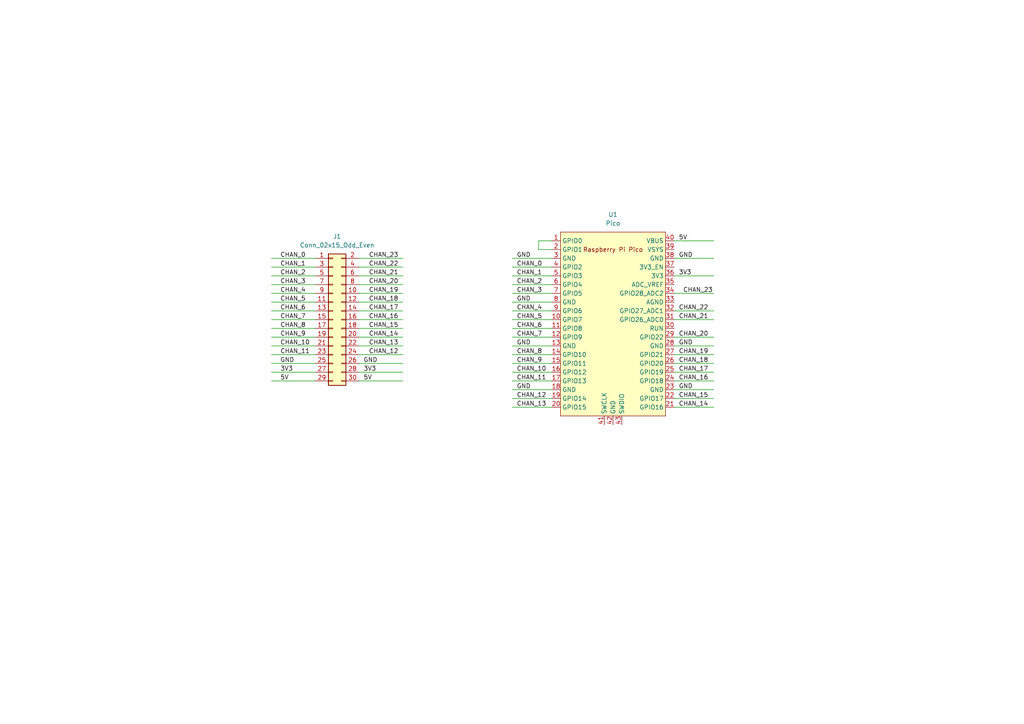
<source format=kicad_sch>
(kicad_sch (version 20211123) (generator eeschema)

  (uuid 9dbd0e01-4650-4cf8-82d3-a69ef2ebdc12)

  (paper "A4")

  (lib_symbols
    (symbol "Connector_Generic:Conn_02x15_Odd_Even" (pin_names (offset 1.016) hide) (in_bom yes) (on_board yes)
      (property "Reference" "J" (id 0) (at 1.27 20.32 0)
        (effects (font (size 1.27 1.27)))
      )
      (property "Value" "Conn_02x15_Odd_Even" (id 1) (at 1.27 -20.32 0)
        (effects (font (size 1.27 1.27)))
      )
      (property "Footprint" "" (id 2) (at 0 0 0)
        (effects (font (size 1.27 1.27)) hide)
      )
      (property "Datasheet" "~" (id 3) (at 0 0 0)
        (effects (font (size 1.27 1.27)) hide)
      )
      (property "ki_keywords" "connector" (id 4) (at 0 0 0)
        (effects (font (size 1.27 1.27)) hide)
      )
      (property "ki_description" "Generic connector, double row, 02x15, odd/even pin numbering scheme (row 1 odd numbers, row 2 even numbers), script generated (kicad-library-utils/schlib/autogen/connector/)" (id 5) (at 0 0 0)
        (effects (font (size 1.27 1.27)) hide)
      )
      (property "ki_fp_filters" "Connector*:*_2x??_*" (id 6) (at 0 0 0)
        (effects (font (size 1.27 1.27)) hide)
      )
      (symbol "Conn_02x15_Odd_Even_1_1"
        (rectangle (start -1.27 -17.653) (end 0 -17.907)
          (stroke (width 0.1524) (type default) (color 0 0 0 0))
          (fill (type none))
        )
        (rectangle (start -1.27 -15.113) (end 0 -15.367)
          (stroke (width 0.1524) (type default) (color 0 0 0 0))
          (fill (type none))
        )
        (rectangle (start -1.27 -12.573) (end 0 -12.827)
          (stroke (width 0.1524) (type default) (color 0 0 0 0))
          (fill (type none))
        )
        (rectangle (start -1.27 -10.033) (end 0 -10.287)
          (stroke (width 0.1524) (type default) (color 0 0 0 0))
          (fill (type none))
        )
        (rectangle (start -1.27 -7.493) (end 0 -7.747)
          (stroke (width 0.1524) (type default) (color 0 0 0 0))
          (fill (type none))
        )
        (rectangle (start -1.27 -4.953) (end 0 -5.207)
          (stroke (width 0.1524) (type default) (color 0 0 0 0))
          (fill (type none))
        )
        (rectangle (start -1.27 -2.413) (end 0 -2.667)
          (stroke (width 0.1524) (type default) (color 0 0 0 0))
          (fill (type none))
        )
        (rectangle (start -1.27 0.127) (end 0 -0.127)
          (stroke (width 0.1524) (type default) (color 0 0 0 0))
          (fill (type none))
        )
        (rectangle (start -1.27 2.667) (end 0 2.413)
          (stroke (width 0.1524) (type default) (color 0 0 0 0))
          (fill (type none))
        )
        (rectangle (start -1.27 5.207) (end 0 4.953)
          (stroke (width 0.1524) (type default) (color 0 0 0 0))
          (fill (type none))
        )
        (rectangle (start -1.27 7.747) (end 0 7.493)
          (stroke (width 0.1524) (type default) (color 0 0 0 0))
          (fill (type none))
        )
        (rectangle (start -1.27 10.287) (end 0 10.033)
          (stroke (width 0.1524) (type default) (color 0 0 0 0))
          (fill (type none))
        )
        (rectangle (start -1.27 12.827) (end 0 12.573)
          (stroke (width 0.1524) (type default) (color 0 0 0 0))
          (fill (type none))
        )
        (rectangle (start -1.27 15.367) (end 0 15.113)
          (stroke (width 0.1524) (type default) (color 0 0 0 0))
          (fill (type none))
        )
        (rectangle (start -1.27 17.907) (end 0 17.653)
          (stroke (width 0.1524) (type default) (color 0 0 0 0))
          (fill (type none))
        )
        (rectangle (start -1.27 19.05) (end 3.81 -19.05)
          (stroke (width 0.254) (type default) (color 0 0 0 0))
          (fill (type background))
        )
        (rectangle (start 3.81 -17.653) (end 2.54 -17.907)
          (stroke (width 0.1524) (type default) (color 0 0 0 0))
          (fill (type none))
        )
        (rectangle (start 3.81 -15.113) (end 2.54 -15.367)
          (stroke (width 0.1524) (type default) (color 0 0 0 0))
          (fill (type none))
        )
        (rectangle (start 3.81 -12.573) (end 2.54 -12.827)
          (stroke (width 0.1524) (type default) (color 0 0 0 0))
          (fill (type none))
        )
        (rectangle (start 3.81 -10.033) (end 2.54 -10.287)
          (stroke (width 0.1524) (type default) (color 0 0 0 0))
          (fill (type none))
        )
        (rectangle (start 3.81 -7.493) (end 2.54 -7.747)
          (stroke (width 0.1524) (type default) (color 0 0 0 0))
          (fill (type none))
        )
        (rectangle (start 3.81 -4.953) (end 2.54 -5.207)
          (stroke (width 0.1524) (type default) (color 0 0 0 0))
          (fill (type none))
        )
        (rectangle (start 3.81 -2.413) (end 2.54 -2.667)
          (stroke (width 0.1524) (type default) (color 0 0 0 0))
          (fill (type none))
        )
        (rectangle (start 3.81 0.127) (end 2.54 -0.127)
          (stroke (width 0.1524) (type default) (color 0 0 0 0))
          (fill (type none))
        )
        (rectangle (start 3.81 2.667) (end 2.54 2.413)
          (stroke (width 0.1524) (type default) (color 0 0 0 0))
          (fill (type none))
        )
        (rectangle (start 3.81 5.207) (end 2.54 4.953)
          (stroke (width 0.1524) (type default) (color 0 0 0 0))
          (fill (type none))
        )
        (rectangle (start 3.81 7.747) (end 2.54 7.493)
          (stroke (width 0.1524) (type default) (color 0 0 0 0))
          (fill (type none))
        )
        (rectangle (start 3.81 10.287) (end 2.54 10.033)
          (stroke (width 0.1524) (type default) (color 0 0 0 0))
          (fill (type none))
        )
        (rectangle (start 3.81 12.827) (end 2.54 12.573)
          (stroke (width 0.1524) (type default) (color 0 0 0 0))
          (fill (type none))
        )
        (rectangle (start 3.81 15.367) (end 2.54 15.113)
          (stroke (width 0.1524) (type default) (color 0 0 0 0))
          (fill (type none))
        )
        (rectangle (start 3.81 17.907) (end 2.54 17.653)
          (stroke (width 0.1524) (type default) (color 0 0 0 0))
          (fill (type none))
        )
        (pin passive line (at -5.08 17.78 0) (length 3.81)
          (name "Pin_1" (effects (font (size 1.27 1.27))))
          (number "1" (effects (font (size 1.27 1.27))))
        )
        (pin passive line (at 7.62 7.62 180) (length 3.81)
          (name "Pin_10" (effects (font (size 1.27 1.27))))
          (number "10" (effects (font (size 1.27 1.27))))
        )
        (pin passive line (at -5.08 5.08 0) (length 3.81)
          (name "Pin_11" (effects (font (size 1.27 1.27))))
          (number "11" (effects (font (size 1.27 1.27))))
        )
        (pin passive line (at 7.62 5.08 180) (length 3.81)
          (name "Pin_12" (effects (font (size 1.27 1.27))))
          (number "12" (effects (font (size 1.27 1.27))))
        )
        (pin passive line (at -5.08 2.54 0) (length 3.81)
          (name "Pin_13" (effects (font (size 1.27 1.27))))
          (number "13" (effects (font (size 1.27 1.27))))
        )
        (pin passive line (at 7.62 2.54 180) (length 3.81)
          (name "Pin_14" (effects (font (size 1.27 1.27))))
          (number "14" (effects (font (size 1.27 1.27))))
        )
        (pin passive line (at -5.08 0 0) (length 3.81)
          (name "Pin_15" (effects (font (size 1.27 1.27))))
          (number "15" (effects (font (size 1.27 1.27))))
        )
        (pin passive line (at 7.62 0 180) (length 3.81)
          (name "Pin_16" (effects (font (size 1.27 1.27))))
          (number "16" (effects (font (size 1.27 1.27))))
        )
        (pin passive line (at -5.08 -2.54 0) (length 3.81)
          (name "Pin_17" (effects (font (size 1.27 1.27))))
          (number "17" (effects (font (size 1.27 1.27))))
        )
        (pin passive line (at 7.62 -2.54 180) (length 3.81)
          (name "Pin_18" (effects (font (size 1.27 1.27))))
          (number "18" (effects (font (size 1.27 1.27))))
        )
        (pin passive line (at -5.08 -5.08 0) (length 3.81)
          (name "Pin_19" (effects (font (size 1.27 1.27))))
          (number "19" (effects (font (size 1.27 1.27))))
        )
        (pin passive line (at 7.62 17.78 180) (length 3.81)
          (name "Pin_2" (effects (font (size 1.27 1.27))))
          (number "2" (effects (font (size 1.27 1.27))))
        )
        (pin passive line (at 7.62 -5.08 180) (length 3.81)
          (name "Pin_20" (effects (font (size 1.27 1.27))))
          (number "20" (effects (font (size 1.27 1.27))))
        )
        (pin passive line (at -5.08 -7.62 0) (length 3.81)
          (name "Pin_21" (effects (font (size 1.27 1.27))))
          (number "21" (effects (font (size 1.27 1.27))))
        )
        (pin passive line (at 7.62 -7.62 180) (length 3.81)
          (name "Pin_22" (effects (font (size 1.27 1.27))))
          (number "22" (effects (font (size 1.27 1.27))))
        )
        (pin passive line (at -5.08 -10.16 0) (length 3.81)
          (name "Pin_23" (effects (font (size 1.27 1.27))))
          (number "23" (effects (font (size 1.27 1.27))))
        )
        (pin passive line (at 7.62 -10.16 180) (length 3.81)
          (name "Pin_24" (effects (font (size 1.27 1.27))))
          (number "24" (effects (font (size 1.27 1.27))))
        )
        (pin passive line (at -5.08 -12.7 0) (length 3.81)
          (name "Pin_25" (effects (font (size 1.27 1.27))))
          (number "25" (effects (font (size 1.27 1.27))))
        )
        (pin passive line (at 7.62 -12.7 180) (length 3.81)
          (name "Pin_26" (effects (font (size 1.27 1.27))))
          (number "26" (effects (font (size 1.27 1.27))))
        )
        (pin passive line (at -5.08 -15.24 0) (length 3.81)
          (name "Pin_27" (effects (font (size 1.27 1.27))))
          (number "27" (effects (font (size 1.27 1.27))))
        )
        (pin passive line (at 7.62 -15.24 180) (length 3.81)
          (name "Pin_28" (effects (font (size 1.27 1.27))))
          (number "28" (effects (font (size 1.27 1.27))))
        )
        (pin passive line (at -5.08 -17.78 0) (length 3.81)
          (name "Pin_29" (effects (font (size 1.27 1.27))))
          (number "29" (effects (font (size 1.27 1.27))))
        )
        (pin passive line (at -5.08 15.24 0) (length 3.81)
          (name "Pin_3" (effects (font (size 1.27 1.27))))
          (number "3" (effects (font (size 1.27 1.27))))
        )
        (pin passive line (at 7.62 -17.78 180) (length 3.81)
          (name "Pin_30" (effects (font (size 1.27 1.27))))
          (number "30" (effects (font (size 1.27 1.27))))
        )
        (pin passive line (at 7.62 15.24 180) (length 3.81)
          (name "Pin_4" (effects (font (size 1.27 1.27))))
          (number "4" (effects (font (size 1.27 1.27))))
        )
        (pin passive line (at -5.08 12.7 0) (length 3.81)
          (name "Pin_5" (effects (font (size 1.27 1.27))))
          (number "5" (effects (font (size 1.27 1.27))))
        )
        (pin passive line (at 7.62 12.7 180) (length 3.81)
          (name "Pin_6" (effects (font (size 1.27 1.27))))
          (number "6" (effects (font (size 1.27 1.27))))
        )
        (pin passive line (at -5.08 10.16 0) (length 3.81)
          (name "Pin_7" (effects (font (size 1.27 1.27))))
          (number "7" (effects (font (size 1.27 1.27))))
        )
        (pin passive line (at 7.62 10.16 180) (length 3.81)
          (name "Pin_8" (effects (font (size 1.27 1.27))))
          (number "8" (effects (font (size 1.27 1.27))))
        )
        (pin passive line (at -5.08 7.62 0) (length 3.81)
          (name "Pin_9" (effects (font (size 1.27 1.27))))
          (number "9" (effects (font (size 1.27 1.27))))
        )
      )
    )
    (symbol "MCU_RaspberryPi_and_Boards:Pico" (in_bom yes) (on_board yes)
      (property "Reference" "U" (id 0) (at -13.97 27.94 0)
        (effects (font (size 1.27 1.27)))
      )
      (property "Value" "Pico" (id 1) (at 0 19.05 0)
        (effects (font (size 1.27 1.27)))
      )
      (property "Footprint" "RPi_Pico:RPi_Pico_SMD_TH" (id 2) (at 0 0 90)
        (effects (font (size 1.27 1.27)) hide)
      )
      (property "Datasheet" "" (id 3) (at 0 0 0)
        (effects (font (size 1.27 1.27)) hide)
      )
      (symbol "Pico_0_0"
        (text "Raspberry Pi Pico" (at 0 21.59 0)
          (effects (font (size 1.27 1.27)))
        )
      )
      (symbol "Pico_0_1"
        (rectangle (start -15.24 26.67) (end 15.24 -26.67)
          (stroke (width 0) (type default) (color 0 0 0 0))
          (fill (type background))
        )
      )
      (symbol "Pico_1_1"
        (pin bidirectional line (at -17.78 24.13 0) (length 2.54)
          (name "GPIO0" (effects (font (size 1.27 1.27))))
          (number "1" (effects (font (size 1.27 1.27))))
        )
        (pin bidirectional line (at -17.78 1.27 0) (length 2.54)
          (name "GPIO7" (effects (font (size 1.27 1.27))))
          (number "10" (effects (font (size 1.27 1.27))))
        )
        (pin bidirectional line (at -17.78 -1.27 0) (length 2.54)
          (name "GPIO8" (effects (font (size 1.27 1.27))))
          (number "11" (effects (font (size 1.27 1.27))))
        )
        (pin bidirectional line (at -17.78 -3.81 0) (length 2.54)
          (name "GPIO9" (effects (font (size 1.27 1.27))))
          (number "12" (effects (font (size 1.27 1.27))))
        )
        (pin power_in line (at -17.78 -6.35 0) (length 2.54)
          (name "GND" (effects (font (size 1.27 1.27))))
          (number "13" (effects (font (size 1.27 1.27))))
        )
        (pin bidirectional line (at -17.78 -8.89 0) (length 2.54)
          (name "GPIO10" (effects (font (size 1.27 1.27))))
          (number "14" (effects (font (size 1.27 1.27))))
        )
        (pin bidirectional line (at -17.78 -11.43 0) (length 2.54)
          (name "GPIO11" (effects (font (size 1.27 1.27))))
          (number "15" (effects (font (size 1.27 1.27))))
        )
        (pin bidirectional line (at -17.78 -13.97 0) (length 2.54)
          (name "GPIO12" (effects (font (size 1.27 1.27))))
          (number "16" (effects (font (size 1.27 1.27))))
        )
        (pin bidirectional line (at -17.78 -16.51 0) (length 2.54)
          (name "GPIO13" (effects (font (size 1.27 1.27))))
          (number "17" (effects (font (size 1.27 1.27))))
        )
        (pin power_in line (at -17.78 -19.05 0) (length 2.54)
          (name "GND" (effects (font (size 1.27 1.27))))
          (number "18" (effects (font (size 1.27 1.27))))
        )
        (pin bidirectional line (at -17.78 -21.59 0) (length 2.54)
          (name "GPIO14" (effects (font (size 1.27 1.27))))
          (number "19" (effects (font (size 1.27 1.27))))
        )
        (pin bidirectional line (at -17.78 21.59 0) (length 2.54)
          (name "GPIO1" (effects (font (size 1.27 1.27))))
          (number "2" (effects (font (size 1.27 1.27))))
        )
        (pin bidirectional line (at -17.78 -24.13 0) (length 2.54)
          (name "GPIO15" (effects (font (size 1.27 1.27))))
          (number "20" (effects (font (size 1.27 1.27))))
        )
        (pin bidirectional line (at 17.78 -24.13 180) (length 2.54)
          (name "GPIO16" (effects (font (size 1.27 1.27))))
          (number "21" (effects (font (size 1.27 1.27))))
        )
        (pin bidirectional line (at 17.78 -21.59 180) (length 2.54)
          (name "GPIO17" (effects (font (size 1.27 1.27))))
          (number "22" (effects (font (size 1.27 1.27))))
        )
        (pin power_in line (at 17.78 -19.05 180) (length 2.54)
          (name "GND" (effects (font (size 1.27 1.27))))
          (number "23" (effects (font (size 1.27 1.27))))
        )
        (pin bidirectional line (at 17.78 -16.51 180) (length 2.54)
          (name "GPIO18" (effects (font (size 1.27 1.27))))
          (number "24" (effects (font (size 1.27 1.27))))
        )
        (pin bidirectional line (at 17.78 -13.97 180) (length 2.54)
          (name "GPIO19" (effects (font (size 1.27 1.27))))
          (number "25" (effects (font (size 1.27 1.27))))
        )
        (pin bidirectional line (at 17.78 -11.43 180) (length 2.54)
          (name "GPIO20" (effects (font (size 1.27 1.27))))
          (number "26" (effects (font (size 1.27 1.27))))
        )
        (pin bidirectional line (at 17.78 -8.89 180) (length 2.54)
          (name "GPIO21" (effects (font (size 1.27 1.27))))
          (number "27" (effects (font (size 1.27 1.27))))
        )
        (pin power_in line (at 17.78 -6.35 180) (length 2.54)
          (name "GND" (effects (font (size 1.27 1.27))))
          (number "28" (effects (font (size 1.27 1.27))))
        )
        (pin bidirectional line (at 17.78 -3.81 180) (length 2.54)
          (name "GPIO22" (effects (font (size 1.27 1.27))))
          (number "29" (effects (font (size 1.27 1.27))))
        )
        (pin power_in line (at -17.78 19.05 0) (length 2.54)
          (name "GND" (effects (font (size 1.27 1.27))))
          (number "3" (effects (font (size 1.27 1.27))))
        )
        (pin input line (at 17.78 -1.27 180) (length 2.54)
          (name "RUN" (effects (font (size 1.27 1.27))))
          (number "30" (effects (font (size 1.27 1.27))))
        )
        (pin bidirectional line (at 17.78 1.27 180) (length 2.54)
          (name "GPIO26_ADC0" (effects (font (size 1.27 1.27))))
          (number "31" (effects (font (size 1.27 1.27))))
        )
        (pin bidirectional line (at 17.78 3.81 180) (length 2.54)
          (name "GPIO27_ADC1" (effects (font (size 1.27 1.27))))
          (number "32" (effects (font (size 1.27 1.27))))
        )
        (pin power_in line (at 17.78 6.35 180) (length 2.54)
          (name "AGND" (effects (font (size 1.27 1.27))))
          (number "33" (effects (font (size 1.27 1.27))))
        )
        (pin bidirectional line (at 17.78 8.89 180) (length 2.54)
          (name "GPIO28_ADC2" (effects (font (size 1.27 1.27))))
          (number "34" (effects (font (size 1.27 1.27))))
        )
        (pin power_in line (at 17.78 11.43 180) (length 2.54)
          (name "ADC_VREF" (effects (font (size 1.27 1.27))))
          (number "35" (effects (font (size 1.27 1.27))))
        )
        (pin power_in line (at 17.78 13.97 180) (length 2.54)
          (name "3V3" (effects (font (size 1.27 1.27))))
          (number "36" (effects (font (size 1.27 1.27))))
        )
        (pin input line (at 17.78 16.51 180) (length 2.54)
          (name "3V3_EN" (effects (font (size 1.27 1.27))))
          (number "37" (effects (font (size 1.27 1.27))))
        )
        (pin bidirectional line (at 17.78 19.05 180) (length 2.54)
          (name "GND" (effects (font (size 1.27 1.27))))
          (number "38" (effects (font (size 1.27 1.27))))
        )
        (pin power_in line (at 17.78 21.59 180) (length 2.54)
          (name "VSYS" (effects (font (size 1.27 1.27))))
          (number "39" (effects (font (size 1.27 1.27))))
        )
        (pin bidirectional line (at -17.78 16.51 0) (length 2.54)
          (name "GPIO2" (effects (font (size 1.27 1.27))))
          (number "4" (effects (font (size 1.27 1.27))))
        )
        (pin power_in line (at 17.78 24.13 180) (length 2.54)
          (name "VBUS" (effects (font (size 1.27 1.27))))
          (number "40" (effects (font (size 1.27 1.27))))
        )
        (pin input line (at -2.54 -29.21 90) (length 2.54)
          (name "SWCLK" (effects (font (size 1.27 1.27))))
          (number "41" (effects (font (size 1.27 1.27))))
        )
        (pin power_in line (at 0 -29.21 90) (length 2.54)
          (name "GND" (effects (font (size 1.27 1.27))))
          (number "42" (effects (font (size 1.27 1.27))))
        )
        (pin bidirectional line (at 2.54 -29.21 90) (length 2.54)
          (name "SWDIO" (effects (font (size 1.27 1.27))))
          (number "43" (effects (font (size 1.27 1.27))))
        )
        (pin bidirectional line (at -17.78 13.97 0) (length 2.54)
          (name "GPIO3" (effects (font (size 1.27 1.27))))
          (number "5" (effects (font (size 1.27 1.27))))
        )
        (pin bidirectional line (at -17.78 11.43 0) (length 2.54)
          (name "GPIO4" (effects (font (size 1.27 1.27))))
          (number "6" (effects (font (size 1.27 1.27))))
        )
        (pin bidirectional line (at -17.78 8.89 0) (length 2.54)
          (name "GPIO5" (effects (font (size 1.27 1.27))))
          (number "7" (effects (font (size 1.27 1.27))))
        )
        (pin power_in line (at -17.78 6.35 0) (length 2.54)
          (name "GND" (effects (font (size 1.27 1.27))))
          (number "8" (effects (font (size 1.27 1.27))))
        )
        (pin bidirectional line (at -17.78 3.81 0) (length 2.54)
          (name "GPIO6" (effects (font (size 1.27 1.27))))
          (number "9" (effects (font (size 1.27 1.27))))
        )
      )
    )
  )


  (wire (pts (xy 148.59 95.25) (xy 160.02 95.25))
    (stroke (width 0) (type default) (color 0 0 0 0))
    (uuid 003a88a1-471f-4d7f-9d67-0bf3c5621210)
  )
  (wire (pts (xy 104.14 110.49) (xy 116.84 110.49))
    (stroke (width 0) (type default) (color 0 0 0 0))
    (uuid 0b0ae85e-b511-48cf-8367-da02ec847dbe)
  )
  (wire (pts (xy 78.74 80.01) (xy 91.44 80.01))
    (stroke (width 0) (type default) (color 0 0 0 0))
    (uuid 0d86d978-4b4d-4e98-ab4e-227f5c279935)
  )
  (wire (pts (xy 78.74 92.71) (xy 91.44 92.71))
    (stroke (width 0) (type default) (color 0 0 0 0))
    (uuid 0e70e3e3-4413-455a-b7ff-0b5cf243110e)
  )
  (wire (pts (xy 78.74 74.93) (xy 91.44 74.93))
    (stroke (width 0) (type default) (color 0 0 0 0))
    (uuid 113dfae1-46b4-4655-bc4c-9cb40f56afb8)
  )
  (wire (pts (xy 116.84 74.93) (xy 104.14 74.93))
    (stroke (width 0) (type default) (color 0 0 0 0))
    (uuid 13a7c662-90c8-455e-94ef-75dd7466bc81)
  )
  (wire (pts (xy 78.74 77.47) (xy 91.44 77.47))
    (stroke (width 0) (type default) (color 0 0 0 0))
    (uuid 170c393e-7e71-427f-92cb-6204940ea5df)
  )
  (wire (pts (xy 195.58 90.17) (xy 207.01 90.17))
    (stroke (width 0) (type default) (color 0 0 0 0))
    (uuid 1d46c61e-1a5f-4602-8be3-01c4fb30fbae)
  )
  (wire (pts (xy 116.84 97.79) (xy 104.14 97.79))
    (stroke (width 0) (type default) (color 0 0 0 0))
    (uuid 206e8f37-b78d-4581-8fba-671656e08df7)
  )
  (wire (pts (xy 195.58 92.71) (xy 207.01 92.71))
    (stroke (width 0) (type default) (color 0 0 0 0))
    (uuid 24789e19-3c9d-4cef-bdbb-9673ab054d5a)
  )
  (wire (pts (xy 148.59 115.57) (xy 160.02 115.57))
    (stroke (width 0) (type default) (color 0 0 0 0))
    (uuid 2a248eab-be7c-4e13-b730-16e1efa53a5c)
  )
  (wire (pts (xy 148.59 87.63) (xy 160.02 87.63))
    (stroke (width 0) (type default) (color 0 0 0 0))
    (uuid 2d1423d0-7b55-4371-bcf2-61968f91a2ec)
  )
  (wire (pts (xy 148.59 100.33) (xy 160.02 100.33))
    (stroke (width 0) (type default) (color 0 0 0 0))
    (uuid 2db84248-20ce-4045-a2fa-38f2afbbe616)
  )
  (wire (pts (xy 78.74 95.25) (xy 91.44 95.25))
    (stroke (width 0) (type default) (color 0 0 0 0))
    (uuid 37bef1e6-4b4b-4652-8bdb-fff22721e74a)
  )
  (wire (pts (xy 195.58 69.85) (xy 207.01 69.85))
    (stroke (width 0) (type default) (color 0 0 0 0))
    (uuid 3a3590f1-6c2b-4a43-9560-aeb5371f342b)
  )
  (wire (pts (xy 116.84 95.25) (xy 104.14 95.25))
    (stroke (width 0) (type default) (color 0 0 0 0))
    (uuid 3c2fac90-413d-4d06-a200-84b394222dcc)
  )
  (wire (pts (xy 78.74 102.87) (xy 91.44 102.87))
    (stroke (width 0) (type default) (color 0 0 0 0))
    (uuid 3d16b45e-43fe-40f1-921f-82ac7951a5cb)
  )
  (wire (pts (xy 148.59 74.93) (xy 160.02 74.93))
    (stroke (width 0) (type default) (color 0 0 0 0))
    (uuid 3d766ce4-eb46-4033-83cd-2e52bc281be3)
  )
  (wire (pts (xy 78.74 97.79) (xy 91.44 97.79))
    (stroke (width 0) (type default) (color 0 0 0 0))
    (uuid 499aacc1-1938-4a5d-ba81-c90f6151307a)
  )
  (wire (pts (xy 104.14 105.41) (xy 116.84 105.41))
    (stroke (width 0) (type default) (color 0 0 0 0))
    (uuid 4cfe6aad-65d7-4df9-921f-42be9356fb4f)
  )
  (wire (pts (xy 148.59 97.79) (xy 160.02 97.79))
    (stroke (width 0) (type default) (color 0 0 0 0))
    (uuid 4d311655-5042-4c68-8dc5-14c7cbc92785)
  )
  (wire (pts (xy 78.74 105.41) (xy 91.44 105.41))
    (stroke (width 0) (type default) (color 0 0 0 0))
    (uuid 4ff96990-8f70-4154-87cc-3a04b9a53bf9)
  )
  (wire (pts (xy 116.84 77.47) (xy 104.14 77.47))
    (stroke (width 0) (type default) (color 0 0 0 0))
    (uuid 542e8d76-ccbc-4694-8c7d-0f97ca763ed1)
  )
  (wire (pts (xy 148.59 92.71) (xy 160.02 92.71))
    (stroke (width 0) (type default) (color 0 0 0 0))
    (uuid 54647085-4791-496d-8c2e-3ec807e5d791)
  )
  (wire (pts (xy 156.21 72.39) (xy 160.02 72.39))
    (stroke (width 0) (type default) (color 0 0 0 0))
    (uuid 5576cd03-3bad-40c5-9316-1d286895d52a)
  )
  (wire (pts (xy 116.84 100.33) (xy 104.14 100.33))
    (stroke (width 0) (type default) (color 0 0 0 0))
    (uuid 57d9b2dd-de16-4f80-8a7d-883edca0c9d2)
  )
  (wire (pts (xy 195.58 115.57) (xy 207.01 115.57))
    (stroke (width 0) (type default) (color 0 0 0 0))
    (uuid 5d129f9b-cf95-4639-aff0-d8b31fa60a65)
  )
  (wire (pts (xy 195.58 97.79) (xy 207.01 97.79))
    (stroke (width 0) (type default) (color 0 0 0 0))
    (uuid 5d657201-72de-4a78-80d9-09b8b3120f58)
  )
  (wire (pts (xy 195.58 110.49) (xy 207.01 110.49))
    (stroke (width 0) (type default) (color 0 0 0 0))
    (uuid 6454f7b0-7b11-437e-b10a-8dd84dd76148)
  )
  (wire (pts (xy 116.84 82.55) (xy 104.14 82.55))
    (stroke (width 0) (type default) (color 0 0 0 0))
    (uuid 68f6c168-f75f-41be-a428-736eac1a6da8)
  )
  (wire (pts (xy 116.84 87.63) (xy 104.14 87.63))
    (stroke (width 0) (type default) (color 0 0 0 0))
    (uuid 6e088fa9-1c72-41c0-80c2-4dda1f355ed2)
  )
  (wire (pts (xy 78.74 110.49) (xy 91.44 110.49))
    (stroke (width 0) (type default) (color 0 0 0 0))
    (uuid 6e2adcaf-9c52-4ca3-a2d5-d0faaa39dc26)
  )
  (wire (pts (xy 78.74 107.95) (xy 91.44 107.95))
    (stroke (width 0) (type default) (color 0 0 0 0))
    (uuid 70aed9c4-0f9a-4a2b-956a-e9e21e4901c4)
  )
  (wire (pts (xy 195.58 105.41) (xy 207.01 105.41))
    (stroke (width 0) (type default) (color 0 0 0 0))
    (uuid 765dea3b-b867-4b32-ba73-1eaaf7204b17)
  )
  (wire (pts (xy 116.84 90.17) (xy 104.14 90.17))
    (stroke (width 0) (type default) (color 0 0 0 0))
    (uuid 7f54f110-81da-46f0-8013-37648c283d32)
  )
  (wire (pts (xy 156.21 69.85) (xy 156.21 72.39))
    (stroke (width 0) (type default) (color 0 0 0 0))
    (uuid 83184391-76ed-44f0-8cd0-01f89f157bdb)
  )
  (wire (pts (xy 104.14 107.95) (xy 116.84 107.95))
    (stroke (width 0) (type default) (color 0 0 0 0))
    (uuid 86146351-2403-49cd-b810-eb43315411e5)
  )
  (wire (pts (xy 148.59 118.11) (xy 160.02 118.11))
    (stroke (width 0) (type default) (color 0 0 0 0))
    (uuid 864a0840-4f15-4643-afc9-897ce6450d5a)
  )
  (wire (pts (xy 195.58 100.33) (xy 207.01 100.33))
    (stroke (width 0) (type default) (color 0 0 0 0))
    (uuid 8f06c7f3-3dd2-460f-8ba6-a3840d1eb6f0)
  )
  (wire (pts (xy 160.02 69.85) (xy 156.21 69.85))
    (stroke (width 0) (type default) (color 0 0 0 0))
    (uuid 966ee9ec-860e-45bb-af89-30bda72b2032)
  )
  (wire (pts (xy 195.58 102.87) (xy 207.01 102.87))
    (stroke (width 0) (type default) (color 0 0 0 0))
    (uuid 9c379c2e-8882-476f-aa0d-71e238f1f256)
  )
  (wire (pts (xy 195.58 74.93) (xy 207.01 74.93))
    (stroke (width 0) (type default) (color 0 0 0 0))
    (uuid 9fc454bc-a2fb-45bc-8379-2e3bcd0d9258)
  )
  (wire (pts (xy 148.59 105.41) (xy 160.02 105.41))
    (stroke (width 0) (type default) (color 0 0 0 0))
    (uuid a1a08832-7374-4b9f-8181-f532c0875d91)
  )
  (wire (pts (xy 148.59 102.87) (xy 160.02 102.87))
    (stroke (width 0) (type default) (color 0 0 0 0))
    (uuid a2660814-065e-4bf6-8b45-de0195e3050f)
  )
  (wire (pts (xy 195.58 80.01) (xy 207.01 80.01))
    (stroke (width 0) (type default) (color 0 0 0 0))
    (uuid a26abbfd-50b0-489b-820b-e34020daf7fb)
  )
  (wire (pts (xy 116.84 92.71) (xy 104.14 92.71))
    (stroke (width 0) (type default) (color 0 0 0 0))
    (uuid a5098249-f29f-4c9a-8d7c-b64397241a3f)
  )
  (wire (pts (xy 78.74 82.55) (xy 91.44 82.55))
    (stroke (width 0) (type default) (color 0 0 0 0))
    (uuid a566dc75-5bcf-4277-a657-9c7c8571209b)
  )
  (wire (pts (xy 148.59 85.09) (xy 160.02 85.09))
    (stroke (width 0) (type default) (color 0 0 0 0))
    (uuid a671772b-9e52-4c40-a54e-187a0d5c0139)
  )
  (wire (pts (xy 116.84 102.87) (xy 104.14 102.87))
    (stroke (width 0) (type default) (color 0 0 0 0))
    (uuid a6a06d85-cbea-4322-8d0e-7a6a5cc4320e)
  )
  (wire (pts (xy 78.74 85.09) (xy 91.44 85.09))
    (stroke (width 0) (type default) (color 0 0 0 0))
    (uuid b37dcd16-0bd1-44f6-8b07-6a87f4494b07)
  )
  (wire (pts (xy 195.58 107.95) (xy 207.01 107.95))
    (stroke (width 0) (type default) (color 0 0 0 0))
    (uuid b64e9168-11d9-4c14-b986-94dbec1b995c)
  )
  (wire (pts (xy 148.59 77.47) (xy 160.02 77.47))
    (stroke (width 0) (type default) (color 0 0 0 0))
    (uuid b65b3cc9-c053-4871-9c6c-216777d4537f)
  )
  (wire (pts (xy 195.58 85.09) (xy 207.01 85.09))
    (stroke (width 0) (type default) (color 0 0 0 0))
    (uuid b6fe953e-a121-4861-b5fd-135734ccd066)
  )
  (wire (pts (xy 78.74 90.17) (xy 91.44 90.17))
    (stroke (width 0) (type default) (color 0 0 0 0))
    (uuid c43c86c1-34ff-4467-a761-e6c436bc6c58)
  )
  (wire (pts (xy 148.59 82.55) (xy 160.02 82.55))
    (stroke (width 0) (type default) (color 0 0 0 0))
    (uuid c9eb7c16-2e30-4cd5-bd3f-89b97c3f7cb5)
  )
  (wire (pts (xy 78.74 87.63) (xy 91.44 87.63))
    (stroke (width 0) (type default) (color 0 0 0 0))
    (uuid ca30e005-db91-4ba2-8c40-4ed84df63ed7)
  )
  (wire (pts (xy 78.74 100.33) (xy 91.44 100.33))
    (stroke (width 0) (type default) (color 0 0 0 0))
    (uuid cc479670-68e9-44f7-a04a-5d07261bec41)
  )
  (wire (pts (xy 195.58 118.11) (xy 207.01 118.11))
    (stroke (width 0) (type default) (color 0 0 0 0))
    (uuid cc8caf17-6058-4295-a217-780a8d45a9ad)
  )
  (wire (pts (xy 116.84 85.09) (xy 104.14 85.09))
    (stroke (width 0) (type default) (color 0 0 0 0))
    (uuid dcd68724-808b-4823-b988-50b26335fc87)
  )
  (wire (pts (xy 195.58 113.03) (xy 207.01 113.03))
    (stroke (width 0) (type default) (color 0 0 0 0))
    (uuid e41b43b7-423d-47be-bf1a-e08678d3b2f3)
  )
  (wire (pts (xy 148.59 110.49) (xy 160.02 110.49))
    (stroke (width 0) (type default) (color 0 0 0 0))
    (uuid e8f8cde6-4022-41ba-a643-a673e5e877ad)
  )
  (wire (pts (xy 148.59 80.01) (xy 160.02 80.01))
    (stroke (width 0) (type default) (color 0 0 0 0))
    (uuid ec5992e3-1389-4ed3-9b05-72fe32e5228e)
  )
  (wire (pts (xy 148.59 107.95) (xy 160.02 107.95))
    (stroke (width 0) (type default) (color 0 0 0 0))
    (uuid edb8c822-f128-4275-a07f-c6f2d9ff9298)
  )
  (wire (pts (xy 148.59 113.03) (xy 160.02 113.03))
    (stroke (width 0) (type default) (color 0 0 0 0))
    (uuid f1768c41-7a2f-4929-a7e4-a9071f625194)
  )
  (wire (pts (xy 148.59 90.17) (xy 160.02 90.17))
    (stroke (width 0) (type default) (color 0 0 0 0))
    (uuid f38c0fae-70b6-4897-8ddb-28c7e21d83ae)
  )
  (wire (pts (xy 116.84 80.01) (xy 104.14 80.01))
    (stroke (width 0) (type default) (color 0 0 0 0))
    (uuid f539012c-455f-4b53-95e8-f02aa43490a2)
  )

  (label "CHAN_6" (at 81.28 90.17 0)
    (effects (font (size 1.27 1.27)) (justify left bottom))
    (uuid 0f379501-dbfe-46ba-b48f-3144e3d40e31)
  )
  (label "CHAN_8" (at 149.86 102.87 0)
    (effects (font (size 1.27 1.27)) (justify left bottom))
    (uuid 18da9826-e630-4362-a713-99c0b4027858)
  )
  (label "CHAN_19" (at 196.85 102.87 0)
    (effects (font (size 1.27 1.27)) (justify left bottom))
    (uuid 1f61d8df-2321-49c4-87fb-a00ed428af33)
  )
  (label "CHAN_7" (at 81.28 92.71 0)
    (effects (font (size 1.27 1.27)) (justify left bottom))
    (uuid 23114734-3060-4b6d-bebe-8f016ded5751)
  )
  (label "GND" (at 81.28 105.41 0)
    (effects (font (size 1.27 1.27)) (justify left bottom))
    (uuid 28803e7a-775f-47bb-a142-d4196da6a56a)
  )
  (label "CHAN_17" (at 115.57 90.17 180)
    (effects (font (size 1.27 1.27)) (justify right bottom))
    (uuid 28faa572-4759-4a53-a75d-f4c789968be0)
  )
  (label "CHAN_20" (at 115.57 82.55 180)
    (effects (font (size 1.27 1.27)) (justify right bottom))
    (uuid 2ab6e3c8-7614-4e7a-ab11-f3a085ed5285)
  )
  (label "CHAN_2" (at 81.28 80.01 0)
    (effects (font (size 1.27 1.27)) (justify left bottom))
    (uuid 2db00a1a-bce0-4569-8496-997763523885)
  )
  (label "5V" (at 196.85 69.85 0)
    (effects (font (size 1.27 1.27)) (justify left bottom))
    (uuid 302f5beb-bc0c-438f-8476-809d2a9bb021)
  )
  (label "CHAN_18" (at 196.85 105.41 0)
    (effects (font (size 1.27 1.27)) (justify left bottom))
    (uuid 30e750a9-f569-49f8-b516-802f1cc12e28)
  )
  (label "CHAN_7" (at 149.86 97.79 0)
    (effects (font (size 1.27 1.27)) (justify left bottom))
    (uuid 34a399f2-f61b-4f97-bbff-bd3a7f5b4067)
  )
  (label "CHAN_4" (at 81.28 85.09 0)
    (effects (font (size 1.27 1.27)) (justify left bottom))
    (uuid 3827c2f2-d641-4ed7-b93e-8c6c998ee71c)
  )
  (label "5V" (at 105.41 110.49 0)
    (effects (font (size 1.27 1.27)) (justify left bottom))
    (uuid 40baacb7-4478-4d52-8098-1f4f1c5f7e03)
  )
  (label "CHAN_6" (at 149.86 95.25 0)
    (effects (font (size 1.27 1.27)) (justify left bottom))
    (uuid 49c84c40-d392-4343-ad58-95b366b1c06a)
  )
  (label "GND" (at 149.86 113.03 0)
    (effects (font (size 1.27 1.27)) (justify left bottom))
    (uuid 504534a4-6edd-4c3e-9c6c-4e8e10d84ee4)
  )
  (label "CHAN_3" (at 81.28 82.55 0)
    (effects (font (size 1.27 1.27)) (justify left bottom))
    (uuid 51833d8f-73ca-4564-9d31-b30d8745c49f)
  )
  (label "CHAN_9" (at 149.86 105.41 0)
    (effects (font (size 1.27 1.27)) (justify left bottom))
    (uuid 555075d4-782c-4af1-b033-fd76570cffea)
  )
  (label "5V" (at 81.28 110.49 0)
    (effects (font (size 1.27 1.27)) (justify left bottom))
    (uuid 56682edd-a292-49fa-8912-2a5105c5964f)
  )
  (label "CHAN_18" (at 115.57 87.63 180)
    (effects (font (size 1.27 1.27)) (justify right bottom))
    (uuid 5a8b4f1c-1e07-4a63-ad5c-02e4f0ba672c)
  )
  (label "CHAN_23" (at 115.57 74.93 180)
    (effects (font (size 1.27 1.27)) (justify right bottom))
    (uuid 5b264316-4f3d-4472-b1d3-0a6cf440bbe3)
  )
  (label "CHAN_14" (at 115.57 97.79 180)
    (effects (font (size 1.27 1.27)) (justify right bottom))
    (uuid 5ce3103f-ca9f-4879-abe7-8745f1c08272)
  )
  (label "CHAN_11" (at 81.28 102.87 0)
    (effects (font (size 1.27 1.27)) (justify left bottom))
    (uuid 5ea76b2d-0019-4e51-9147-4f0744f67db2)
  )
  (label "CHAN_14" (at 196.85 118.11 0)
    (effects (font (size 1.27 1.27)) (justify left bottom))
    (uuid 629d9d63-ed88-4949-9ca3-7b55ddb89000)
  )
  (label "GND" (at 196.85 74.93 0)
    (effects (font (size 1.27 1.27)) (justify left bottom))
    (uuid 6c0eb964-7167-4d1e-9d05-29ceb4b708bc)
  )
  (label "GND" (at 196.85 113.03 0)
    (effects (font (size 1.27 1.27)) (justify left bottom))
    (uuid 7181833b-8b85-4fd3-af7b-242a0eedba7d)
  )
  (label "CHAN_3" (at 149.86 85.09 0)
    (effects (font (size 1.27 1.27)) (justify left bottom))
    (uuid 79e68d6e-2f95-4cb8-b9a4-a4649ed1e7fb)
  )
  (label "CHAN_16" (at 196.85 110.49 0)
    (effects (font (size 1.27 1.27)) (justify left bottom))
    (uuid 7ac6fafb-c6c6-421b-9752-3fb63f96b394)
  )
  (label "3V3" (at 81.28 107.95 0)
    (effects (font (size 1.27 1.27)) (justify left bottom))
    (uuid 81fe4b32-533e-466b-a98f-c7157aa2d69f)
  )
  (label "GND" (at 196.85 100.33 0)
    (effects (font (size 1.27 1.27)) (justify left bottom))
    (uuid 85a860db-737e-4c0e-8557-b1131e71fcbb)
  )
  (label "CHAN_16" (at 115.57 92.71 180)
    (effects (font (size 1.27 1.27)) (justify right bottom))
    (uuid 8735e649-3937-4fb1-93ca-25f9ba48f73b)
  )
  (label "CHAN_1" (at 149.86 80.01 0)
    (effects (font (size 1.27 1.27)) (justify left bottom))
    (uuid 89644e3e-06a1-493f-adf2-0df4b99ab961)
  )
  (label "CHAN_22" (at 115.57 77.47 180)
    (effects (font (size 1.27 1.27)) (justify right bottom))
    (uuid 8becd78d-cc97-43a9-8888-a84844919efd)
  )
  (label "CHAN_15" (at 196.85 115.57 0)
    (effects (font (size 1.27 1.27)) (justify left bottom))
    (uuid 92407edf-e640-450c-9281-41ac46831b00)
  )
  (label "GND" (at 149.86 74.93 0)
    (effects (font (size 1.27 1.27)) (justify left bottom))
    (uuid 9a1055e0-3591-41f2-971c-753e9f824aa4)
  )
  (label "CHAN_12" (at 115.57 102.87 180)
    (effects (font (size 1.27 1.27)) (justify right bottom))
    (uuid a49bb788-9e1f-4d95-8477-14558cb2f607)
  )
  (label "3V3" (at 196.85 80.01 0)
    (effects (font (size 1.27 1.27)) (justify left bottom))
    (uuid a5a791b5-3db2-427f-b7d6-7d405707cf23)
  )
  (label "CHAN_19" (at 115.57 85.09 180)
    (effects (font (size 1.27 1.27)) (justify right bottom))
    (uuid aa0f063f-370d-44ca-92b1-efd10fcf166c)
  )
  (label "CHAN_11" (at 149.86 110.49 0)
    (effects (font (size 1.27 1.27)) (justify left bottom))
    (uuid ad388f5a-e636-4304-bbb1-5b6e4a8ca014)
  )
  (label "CHAN_9" (at 81.28 97.79 0)
    (effects (font (size 1.27 1.27)) (justify left bottom))
    (uuid b2c5c1b4-f407-492a-986c-357020600ba6)
  )
  (label "GND" (at 149.86 87.63 0)
    (effects (font (size 1.27 1.27)) (justify left bottom))
    (uuid b35cbb4b-5051-4748-b6fe-1917c106322a)
  )
  (label "CHAN_8" (at 81.28 95.25 0)
    (effects (font (size 1.27 1.27)) (justify left bottom))
    (uuid b4fb33fe-31f5-4d8e-94d1-a3b50c7dc312)
  )
  (label "CHAN_4" (at 149.86 90.17 0)
    (effects (font (size 1.27 1.27)) (justify left bottom))
    (uuid b5ac1c53-7ad8-40c9-a438-f85c926dc816)
  )
  (label "CHAN_21" (at 115.57 80.01 180)
    (effects (font (size 1.27 1.27)) (justify right bottom))
    (uuid b5f74964-cd41-4272-b51a-5fc89f407081)
  )
  (label "CHAN_0" (at 81.28 74.93 0)
    (effects (font (size 1.27 1.27)) (justify left bottom))
    (uuid bf3b72e8-c91f-46b2-a4b4-06d64a243393)
  )
  (label "3V3" (at 105.41 107.95 0)
    (effects (font (size 1.27 1.27)) (justify left bottom))
    (uuid c7819871-cc20-47d0-9601-e843aee442a8)
  )
  (label "CHAN_5" (at 81.28 87.63 0)
    (effects (font (size 1.27 1.27)) (justify left bottom))
    (uuid ccab8cbf-5ab4-4ce4-ae37-f130ff126514)
  )
  (label "CHAN_22" (at 196.85 90.17 0)
    (effects (font (size 1.27 1.27)) (justify left bottom))
    (uuid ce2db94b-b8fb-4f0b-a8b7-e3699972b8b8)
  )
  (label "CHAN_21" (at 196.85 92.71 0)
    (effects (font (size 1.27 1.27)) (justify left bottom))
    (uuid cead24e5-d28a-4834-a365-eae87a3f0f55)
  )
  (label "GND" (at 105.41 105.41 0)
    (effects (font (size 1.27 1.27)) (justify left bottom))
    (uuid cfff0c3a-52e6-4503-a340-15b5d794a09f)
  )
  (label "CHAN_0" (at 149.86 77.47 0)
    (effects (font (size 1.27 1.27)) (justify left bottom))
    (uuid d0dc42d5-a216-41c4-8ed5-02a2c4fbb94f)
  )
  (label "CHAN_12" (at 149.86 115.57 0)
    (effects (font (size 1.27 1.27)) (justify left bottom))
    (uuid d210f171-6ee8-41c2-92c8-3a23803222ba)
  )
  (label "CHAN_10" (at 81.28 100.33 0)
    (effects (font (size 1.27 1.27)) (justify left bottom))
    (uuid d7cd8561-06f4-4842-818f-2cf2865d5145)
  )
  (label "CHAN_13" (at 115.57 100.33 180)
    (effects (font (size 1.27 1.27)) (justify right bottom))
    (uuid dc0a9468-a3de-434f-b8d3-955bd6541a6e)
  )
  (label "CHAN_2" (at 149.86 82.55 0)
    (effects (font (size 1.27 1.27)) (justify left bottom))
    (uuid dfdb269d-d026-4bb7-a898-cc3a1a95993d)
  )
  (label "CHAN_1" (at 81.28 77.47 0)
    (effects (font (size 1.27 1.27)) (justify left bottom))
    (uuid e0f93152-8b69-4a40-b76c-b9577b78e081)
  )
  (label "CHAN_10" (at 149.86 107.95 0)
    (effects (font (size 1.27 1.27)) (justify left bottom))
    (uuid e34574be-fa45-4683-993e-6b7202cbc69e)
  )
  (label "CHAN_13" (at 149.86 118.11 0)
    (effects (font (size 1.27 1.27)) (justify left bottom))
    (uuid e5881180-e90e-4c9a-aaf8-c23fa32c7427)
  )
  (label "CHAN_20" (at 196.85 97.79 0)
    (effects (font (size 1.27 1.27)) (justify left bottom))
    (uuid e5f2cd10-06dd-4a54-9d27-8c31cd53083b)
  )
  (label "CHAN_15" (at 115.57 95.25 180)
    (effects (font (size 1.27 1.27)) (justify right bottom))
    (uuid eaf2e349-4b3c-4670-9f8d-09e61055f150)
  )
  (label "CHAN_5" (at 149.86 92.71 0)
    (effects (font (size 1.27 1.27)) (justify left bottom))
    (uuid ed88a53c-6d54-456e-80d8-97b503242d9d)
  )
  (label "GND" (at 149.86 100.33 0)
    (effects (font (size 1.27 1.27)) (justify left bottom))
    (uuid ef1a106e-a464-4230-a6ff-0dbaf33a301a)
  )
  (label "CHAN_17" (at 196.85 107.95 0)
    (effects (font (size 1.27 1.27)) (justify left bottom))
    (uuid f9e3539a-0ced-4ffb-af8e-3999e2185556)
  )
  (label "CHAN_23" (at 198.12 85.09 0)
    (effects (font (size 1.27 1.27)) (justify left bottom))
    (uuid fa1f94ff-7956-43e8-b2d4-006b4096ed97)
  )

  (symbol (lib_id "MCU_RaspberryPi_and_Boards:Pico") (at 177.8 93.98 0) (unit 1)
    (in_bom yes) (on_board yes) (fields_autoplaced)
    (uuid 2cda6f34-1a7b-44ff-a44a-77d6760b11a1)
    (property "Reference" "U1" (id 0) (at 177.8 62.23 0))
    (property "Value" "Pico" (id 1) (at 177.8 64.77 0))
    (property "Footprint" "MCU_RaspberryPi_and_Boards:RPi_Pico_SMD_TH" (id 2) (at 177.8 93.98 90)
      (effects (font (size 1.27 1.27)) hide)
    )
    (property "Datasheet" "" (id 3) (at 177.8 93.98 0)
      (effects (font (size 1.27 1.27)) hide)
    )
    (pin "1" (uuid f7675c5b-ea00-47be-ba03-8898541746f2))
    (pin "10" (uuid 82ba7abf-9fa7-44e7-adf9-b2296a186433))
    (pin "11" (uuid a8899e80-dd2a-4e9c-ab5b-7e06d76b2351))
    (pin "12" (uuid 9d730bd3-3717-4bca-9519-b06f4f1d57df))
    (pin "13" (uuid 5949de1b-3ee3-4e2c-80cd-d0530cd09b87))
    (pin "14" (uuid 204d0b00-0442-4301-b5bc-8b6c6ca67b28))
    (pin "15" (uuid 3b7f17c8-77e6-4d63-9aec-2142922d3d03))
    (pin "16" (uuid fc0f928a-33ec-4b33-84d5-13ac41ea0e55))
    (pin "17" (uuid dc66e6ae-1476-4e17-a51f-3c467867db4f))
    (pin "18" (uuid 9fd86d14-ecca-4487-bffc-e06d70af5ff8))
    (pin "19" (uuid 9e746b13-0a85-42cd-83bf-a6a944fb9758))
    (pin "2" (uuid 862f650a-bf93-4b86-a4a6-c9ae9d322f23))
    (pin "20" (uuid de07f0d3-ffe0-4d03-b4b2-e288bbcfa37f))
    (pin "21" (uuid cd747735-fa84-4e56-b633-c2c45e6113ed))
    (pin "22" (uuid 7d4bd443-7d93-4709-9e0f-917f9913b8c0))
    (pin "23" (uuid aa36e01e-f54b-4b81-9c4b-428d9aed4b36))
    (pin "24" (uuid 65a89101-b85a-4ac9-a07b-5c9b8f267cbc))
    (pin "25" (uuid f9896487-cc4b-4f1d-88c3-27e14d76c052))
    (pin "26" (uuid 83103d7c-3d0c-4fa3-bae9-a33c875bb4c6))
    (pin "27" (uuid 0e18a03f-915d-453e-ba0b-6caab2924238))
    (pin "28" (uuid 81002d58-e646-47f4-8f33-0a7bf8815f27))
    (pin "29" (uuid 1b90980d-7c3e-4314-b2e9-459bea5ccbb4))
    (pin "3" (uuid 727da70d-2c91-460a-bc87-d1b9094381de))
    (pin "30" (uuid dac5b373-b289-4577-b090-d141393b4408))
    (pin "31" (uuid 60a948dd-6e69-4dd2-8a1f-abab588dcc6f))
    (pin "32" (uuid 2e005d46-3600-44f9-8ad5-33297237be01))
    (pin "33" (uuid 01fb6db6-c977-468b-9233-4df6a99ec99e))
    (pin "34" (uuid ae364bfb-8c7e-4e81-a7a8-43df80b715de))
    (pin "35" (uuid 3b812c19-2cdc-483a-8c75-625259880c98))
    (pin "36" (uuid bbd95788-8c28-41a7-a344-0d6c6ae08973))
    (pin "37" (uuid 84bd6067-86ab-4063-a6e1-59cf6b04a9fa))
    (pin "38" (uuid 2f02cd3f-d374-484d-9f2b-64d5a83e32ca))
    (pin "39" (uuid 83f4cf1b-4cb7-4aaa-9dc6-3e3e828ac084))
    (pin "4" (uuid b1266b0b-bcd8-4fe3-9b82-2cd7f7504363))
    (pin "40" (uuid 1cd23fdb-62b0-4878-8e07-4596e941ff41))
    (pin "41" (uuid 70e50e32-3d6e-4ec5-aa72-ab9a075e9abe))
    (pin "42" (uuid 2b9d7df4-f4bb-4ded-8737-ab01f22d2348))
    (pin "43" (uuid b541c487-b3a6-4eab-a218-c903d99346be))
    (pin "5" (uuid 67d225c8-c89f-4c11-8055-acfca238f126))
    (pin "6" (uuid 4789c6d9-1cd7-485f-b65c-94cc2e5e66ba))
    (pin "7" (uuid 5dc0b55c-2a2e-438b-a745-92473ec1f450))
    (pin "8" (uuid c96ff00b-4b49-48cb-85fb-c92a82b12cc3))
    (pin "9" (uuid 64a5200f-cc41-435d-b160-8e35090ced5b))
  )

  (symbol (lib_id "Connector_Generic:Conn_02x15_Odd_Even") (at 96.52 92.71 0) (unit 1)
    (in_bom yes) (on_board yes)
    (uuid 9b910c7f-2658-4050-ab20-b1c595dbd5ca)
    (property "Reference" "J1" (id 0) (at 97.79 68.58 0))
    (property "Value" "Conn_02x15_Odd_Even" (id 1) (at 97.79 71.12 0))
    (property "Footprint" "Connector_PinSocket_2.54mm:PinSocket_2x15_P2.54mm_Horizontal" (id 2) (at 96.52 92.71 0)
      (effects (font (size 1.27 1.27)) hide)
    )
    (property "Datasheet" "~" (id 3) (at 96.52 92.71 0)
      (effects (font (size 1.27 1.27)) hide)
    )
    (pin "1" (uuid 03f1915f-50e8-425f-a402-9cf4e2871526))
    (pin "10" (uuid a139deaf-4e0e-4667-838c-9193cc35b009))
    (pin "11" (uuid 1cc1b101-bdaa-4c48-9e8f-e0f5b3888178))
    (pin "12" (uuid 02eb010a-6fc7-4cc3-9f73-2b4b1cd177cb))
    (pin "13" (uuid bc0925d2-b151-4f4e-8f76-9d5007db2130))
    (pin "14" (uuid a74bafa2-bdd0-4012-9117-f4fa9b57ff66))
    (pin "15" (uuid 7eb6e64e-52ae-44ec-8d6b-480ce47360e0))
    (pin "16" (uuid 023e1498-9fb5-47a6-a287-9b29e3c9d848))
    (pin "17" (uuid 33da0d47-38d8-4775-8676-80a5bd0b00b8))
    (pin "18" (uuid 13417e79-a3d0-489f-ae8e-9d18d81df641))
    (pin "19" (uuid 2c22794b-4f50-4c34-b0c1-5ddf8f13f787))
    (pin "2" (uuid 2a24c0ac-0b5c-4054-897c-e5539895431d))
    (pin "20" (uuid 0cdf0c74-4cd0-4ac0-92ff-d4a4ef6fe1bc))
    (pin "21" (uuid bb73b30e-38f3-4c21-b4a3-ff38c0da5967))
    (pin "22" (uuid 45960461-e0bc-40e9-85f1-7f0d9fd1fc6b))
    (pin "23" (uuid 2acb75ba-945c-4cdd-b4c5-6a8a2fd8d018))
    (pin "24" (uuid b2a9e09a-b91d-4ae0-82db-0abb92e54c18))
    (pin "25" (uuid f50674fa-1a9e-4a5c-876d-d8cd51cdd7d8))
    (pin "26" (uuid 291a29b0-79a0-4836-b7ca-e2ffc1f3a585))
    (pin "27" (uuid bad0843f-4fc6-45e5-bd13-f36ea30dfc63))
    (pin "28" (uuid f20400c3-4bd6-4d8d-bccc-c73d29fea71e))
    (pin "29" (uuid 21348bc8-86f7-49c5-a594-dbc1cf52c622))
    (pin "3" (uuid a65abe92-7e4e-4d90-babb-887a5879223c))
    (pin "30" (uuid f4fb6607-367d-49f6-9df3-162aaa1350d0))
    (pin "4" (uuid fb761b7c-8700-4d95-9165-a5a771518450))
    (pin "5" (uuid 4870b4fd-776d-48d2-b509-5fc74be8f73c))
    (pin "6" (uuid b6287840-11f2-4c6f-b11d-fdb46576bd2c))
    (pin "7" (uuid 909c14dc-46cd-4254-8743-03c7d7d7a713))
    (pin "8" (uuid 1ade4dff-4c0c-4a8d-a0a5-4714a29520b8))
    (pin "9" (uuid e8622e97-33b6-4640-a838-e54683c7befd))
  )

  (sheet_instances
    (path "/" (page "1"))
  )

  (symbol_instances
    (path "/9b910c7f-2658-4050-ab20-b1c595dbd5ca"
      (reference "J1") (unit 1) (value "Conn_02x15_Odd_Even") (footprint "Connector_PinSocket_2.54mm:PinSocket_2x15_P2.54mm_Horizontal")
    )
    (path "/2cda6f34-1a7b-44ff-a44a-77d6760b11a1"
      (reference "U1") (unit 1) (value "Pico") (footprint "MCU_RaspberryPi_and_Boards:RPi_Pico_SMD_TH")
    )
  )
)

</source>
